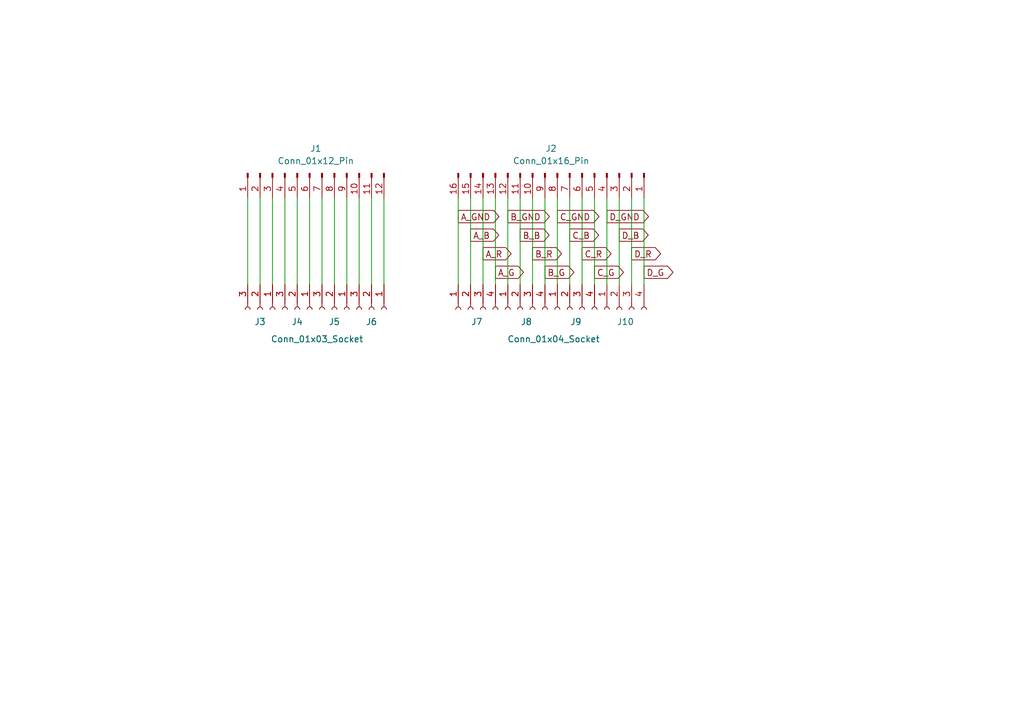
<source format=kicad_sch>
(kicad_sch (version 20250114) (generator "eeschema") (generator_version "9.0")
  (paper "A5")
  (title_block (title "back_connector_cover") (rev "00"))
  (lib_symbols
    (symbol "Connector:Conn_01x03_Socket" (pin_names (offset 1.016) (hide yes))
      (property "Reference" "J" (at 0 5.08 0))
      (property "Value" "Conn_01x03_Socket" (at 0 -5.08 0))
      (symbol "Conn_01x03_Socket_1_1"
        (polyline (pts (xy -1.27 2.54) (xy -0.508 2.54)) (stroke (width 0.1524)))
        (polyline (pts (xy -1.27 0) (xy -0.508 0)) (stroke (width 0.1524)))
        (polyline (pts (xy -1.27 -2.54) (xy -0.508 -2.54)) (stroke (width 0.1524)))
        (arc (start 0 2.032) (mid -0.5058 2.54) (end 0 3.048) (stroke (width 0.1524)))
        (arc (start 0 -0.508) (mid -0.5058 0) (end 0 0.508) (stroke (width 0.1524)))
        (arc (start 0 -3.048) (mid -0.5058 -2.54) (end 0 -2.032) (stroke (width 0.1524)))
        (pin passive line (at -5.08 2.54 0) (length 3.81) (name "Pin_1") (number "1"))
        (pin passive line (at -5.08 0 0) (length 3.81) (name "Pin_2") (number "2"))
        (pin passive line (at -5.08 -2.54 0) (length 3.81) (name "Pin_3") (number "3"))
      )
    )
    (symbol "Connector:Conn_01x04_Socket" (pin_names (offset 1.016) (hide yes))
      (property "Reference" "J" (at 0 5.08 0))
      (property "Value" "Conn_01x04_Socket" (at 0 -7.62 0))
      (symbol "Conn_01x04_Socket_1_1"
        (polyline (pts (xy -1.27 2.54) (xy -0.508 2.54)) (stroke (width 0.1524)))
        (polyline (pts (xy -1.27 0) (xy -0.508 0)) (stroke (width 0.1524)))
        (polyline (pts (xy -1.27 -2.54) (xy -0.508 -2.54)) (stroke (width 0.1524)))
        (polyline (pts (xy -1.27 -5.08) (xy -0.508 -5.08)) (stroke (width 0.1524)))
        (arc (start 0 2.032) (mid -0.5058 2.54) (end 0 3.048) (stroke (width 0.1524)))
        (arc (start 0 -0.508) (mid -0.5058 0) (end 0 0.508) (stroke (width 0.1524)))
        (arc (start 0 -3.048) (mid -0.5058 -2.54) (end 0 -2.032) (stroke (width 0.1524)))
        (arc (start 0 -5.588) (mid -0.5058 -5.08) (end 0 -4.572) (stroke (width 0.1524)))
        (pin passive line (at -5.08 2.54 0) (length 3.81) (name "Pin_1") (number "1"))
        (pin passive line (at -5.08 0 0) (length 3.81) (name "Pin_2") (number "2"))
        (pin passive line (at -5.08 -2.54 0) (length 3.81) (name "Pin_3") (number "3"))
        (pin passive line (at -5.08 -5.08 0) (length 3.81) (name "Pin_4") (number "4"))
      )
    )
    (symbol "Connector:Conn_01x12_Pin" (pin_names (offset 1.016) (hide yes))
      (property "Reference" "J" (at 0 15.24 0))
      (property "Value" "Conn_01x12_Pin" (at 0 -17.78 0))
      (symbol "Conn_01x12_Pin_1_1"
        (rectangle (start 0.8636 12.827) (end 0 12.573) (stroke (width 0.1524)) (fill (type outline)))
        (rectangle (start 0.8636 10.287) (end 0 10.033) (stroke (width 0.1524)) (fill (type outline)))
        (rectangle (start 0.8636 7.747) (end 0 7.493) (stroke (width 0.1524)) (fill (type outline)))
        (rectangle (start 0.8636 5.207) (end 0 4.953) (stroke (width 0.1524)) (fill (type outline)))
        (rectangle (start 0.8636 2.667) (end 0 2.413) (stroke (width 0.1524)) (fill (type outline)))
        (rectangle (start 0.8636 0.127) (end 0 -0.127) (stroke (width 0.1524)) (fill (type outline)))
        (rectangle (start 0.8636 -2.413) (end 0 -2.667) (stroke (width 0.1524)) (fill (type outline)))
        (rectangle (start 0.8636 -4.953) (end 0 -5.207) (stroke (width 0.1524)) (fill (type outline)))
        (rectangle (start 0.8636 -7.493) (end 0 -7.747) (stroke (width 0.1524)) (fill (type outline)))
        (rectangle (start 0.8636 -10.033) (end 0 -10.287) (stroke (width 0.1524)) (fill (type outline)))
        (rectangle (start 0.8636 -12.573) (end 0 -12.827) (stroke (width 0.1524)) (fill (type outline)))
        (rectangle (start 0.8636 -15.113) (end 0 -15.367) (stroke (width 0.1524)) (fill (type outline)))
        (polyline (pts (xy 1.27 12.7) (xy 0.8636 12.7)) (stroke (width 0.1524)))
        (polyline (pts (xy 1.27 10.16) (xy 0.8636 10.16)) (stroke (width 0.1524)))
        (polyline (pts (xy 1.27 7.62) (xy 0.8636 7.62)) (stroke (width 0.1524)))
        (polyline (pts (xy 1.27 5.08) (xy 0.8636 5.08)) (stroke (width 0.1524)))
        (polyline (pts (xy 1.27 2.54) (xy 0.8636 2.54)) (stroke (width 0.1524)))
        (polyline (pts (xy 1.27 0) (xy 0.8636 0)) (stroke (width 0.1524)))
        (polyline (pts (xy 1.27 -2.54) (xy 0.8636 -2.54)) (stroke (width 0.1524)))
        (polyline (pts (xy 1.27 -5.08) (xy 0.8636 -5.08)) (stroke (width 0.1524)))
        (polyline (pts (xy 1.27 -7.62) (xy 0.8636 -7.62)) (stroke (width 0.1524)))
        (polyline (pts (xy 1.27 -10.16) (xy 0.8636 -10.16)) (stroke (width 0.1524)))
        (polyline (pts (xy 1.27 -12.7) (xy 0.8636 -12.7)) (stroke (width 0.1524)))
        (polyline (pts (xy 1.27 -15.24) (xy 0.8636 -15.24)) (stroke (width 0.1524)))
        (pin passive line (at 5.08 12.7 180) (length 3.81) (name "Pin_1") (number "1"))
        (pin passive line (at 5.08 10.16 180) (length 3.81) (name "Pin_2") (number "2"))
        (pin passive line (at 5.08 7.62 180) (length 3.81) (name "Pin_3") (number "3"))
        (pin passive line (at 5.08 5.08 180) (length 3.81) (name "Pin_4") (number "4"))
        (pin passive line (at 5.08 2.54 180) (length 3.81) (name "Pin_5") (number "5"))
        (pin passive line (at 5.08 0 180) (length 3.81) (name "Pin_6") (number "6"))
        (pin passive line (at 5.08 -2.54 180) (length 3.81) (name "Pin_7") (number "7"))
        (pin passive line (at 5.08 -5.08 180) (length 3.81) (name "Pin_8") (number "8"))
        (pin passive line (at 5.08 -7.62 180) (length 3.81) (name "Pin_9") (number "9"))
        (pin passive line (at 5.08 -10.16 180) (length 3.81) (name "Pin_10") (number "10"))
        (pin passive line (at 5.08 -12.7 180) (length 3.81) (name "Pin_11") (number "11"))
        (pin passive line (at 5.08 -15.24 180) (length 3.81) (name "Pin_12") (number "12"))
      )
    )
    (symbol "Connector:Conn_01x16_Pin" (pin_names (offset 1.016) (hide yes))
      (property "Reference" "J" (at 0 20.32 0))
      (property "Value" "Conn_01x16_Pin" (at 0 -22.86 0))
      (symbol "Conn_01x16_Pin_1_1"
        (rectangle (start 0.8636 17.907) (end 0 17.653) (stroke (width 0.1524)) (fill (type outline)))
        (rectangle (start 0.8636 15.367) (end 0 15.113) (stroke (width 0.1524)) (fill (type outline)))
        (rectangle (start 0.8636 12.827) (end 0 12.573) (stroke (width 0.1524)) (fill (type outline)))
        (rectangle (start 0.8636 10.287) (end 0 10.033) (stroke (width 0.1524)) (fill (type outline)))
        (rectangle (start 0.8636 7.747) (end 0 7.493) (stroke (width 0.1524)) (fill (type outline)))
        (rectangle (start 0.8636 5.207) (end 0 4.953) (stroke (width 0.1524)) (fill (type outline)))
        (rectangle (start 0.8636 2.667) (end 0 2.413) (stroke (width 0.1524)) (fill (type outline)))
        (rectangle (start 0.8636 0.127) (end 0 -0.127) (stroke (width 0.1524)) (fill (type outline)))
        (rectangle (start 0.8636 -2.413) (end 0 -2.667) (stroke (width 0.1524)) (fill (type outline)))
        (rectangle (start 0.8636 -4.953) (end 0 -5.207) (stroke (width 0.1524)) (fill (type outline)))
        (rectangle (start 0.8636 -7.493) (end 0 -7.747) (stroke (width 0.1524)) (fill (type outline)))
        (rectangle (start 0.8636 -10.033) (end 0 -10.287) (stroke (width 0.1524)) (fill (type outline)))
        (rectangle (start 0.8636 -12.573) (end 0 -12.827) (stroke (width 0.1524)) (fill (type outline)))
        (rectangle (start 0.8636 -15.113) (end 0 -15.367) (stroke (width 0.1524)) (fill (type outline)))
        (rectangle (start 0.8636 -17.653) (end 0 -17.907) (stroke (width 0.1524)) (fill (type outline)))
        (rectangle (start 0.8636 -20.193) (end 0 -20.447) (stroke (width 0.1524)) (fill (type outline)))
        (polyline (pts (xy 1.27 17.78) (xy 0.8636 17.78)) (stroke (width 0.1524)))
        (polyline (pts (xy 1.27 15.24) (xy 0.8636 15.24)) (stroke (width 0.1524)))
        (polyline (pts (xy 1.27 12.7) (xy 0.8636 12.7)) (stroke (width 0.1524)))
        (polyline (pts (xy 1.27 10.16) (xy 0.8636 10.16)) (stroke (width 0.1524)))
        (polyline (pts (xy 1.27 7.62) (xy 0.8636 7.62)) (stroke (width 0.1524)))
        (polyline (pts (xy 1.27 5.08) (xy 0.8636 5.08)) (stroke (width 0.1524)))
        (polyline (pts (xy 1.27 2.54) (xy 0.8636 2.54)) (stroke (width 0.1524)))
        (polyline (pts (xy 1.27 0) (xy 0.8636 0)) (stroke (width 0.1524)))
        (polyline (pts (xy 1.27 -2.54) (xy 0.8636 -2.54)) (stroke (width 0.1524)))
        (polyline (pts (xy 1.27 -5.08) (xy 0.8636 -5.08)) (stroke (width 0.1524)))
        (polyline (pts (xy 1.27 -7.62) (xy 0.8636 -7.62)) (stroke (width 0.1524)))
        (polyline (pts (xy 1.27 -10.16) (xy 0.8636 -10.16)) (stroke (width 0.1524)))
        (polyline (pts (xy 1.27 -12.7) (xy 0.8636 -12.7)) (stroke (width 0.1524)))
        (polyline (pts (xy 1.27 -15.24) (xy 0.8636 -15.24)) (stroke (width 0.1524)))
        (polyline (pts (xy 1.27 -17.78) (xy 0.8636 -17.78)) (stroke (width 0.1524)))
        (polyline (pts (xy 1.27 -20.32) (xy 0.8636 -20.32)) (stroke (width 0.1524)))
        (pin passive line (at 5.08 17.78 180) (length 3.81) (name "Pin_1") (number "1"))
        (pin passive line (at 5.08 15.24 180) (length 3.81) (name "Pin_2") (number "2"))
        (pin passive line (at 5.08 12.7 180) (length 3.81) (name "Pin_3") (number "3"))
        (pin passive line (at 5.08 10.16 180) (length 3.81) (name "Pin_4") (number "4"))
        (pin passive line (at 5.08 7.62 180) (length 3.81) (name "Pin_5") (number "5"))
        (pin passive line (at 5.08 5.08 180) (length 3.81) (name "Pin_6") (number "6"))
        (pin passive line (at 5.08 2.54 180) (length 3.81) (name "Pin_7") (number "7"))
        (pin passive line (at 5.08 0 180) (length 3.81) (name "Pin_8") (number "8"))
        (pin passive line (at 5.08 -2.54 180) (length 3.81) (name "Pin_9") (number "9"))
        (pin passive line (at 5.08 -5.08 180) (length 3.81) (name "Pin_10") (number "10"))
        (pin passive line (at 5.08 -7.62 180) (length 3.81) (name "Pin_11") (number "11"))
        (pin passive line (at 5.08 -10.16 180) (length 3.81) (name "Pin_12") (number "12"))
        (pin passive line (at 5.08 -12.7 180) (length 3.81) (name "Pin_13") (number "13"))
        (pin passive line (at 5.08 -15.24 180) (length 3.81) (name "Pin_14") (number "14"))
        (pin passive line (at 5.08 -17.78 180) (length 3.81) (name "Pin_15") (number "15"))
        (pin passive line (at 5.08 -20.32 180) (length 3.81) (name "Pin_16") (number "16"))
      )
    )
  )
  (wire (pts (xy 93.98 58.42) (xy 93.98 40.64)))
  (wire (pts (xy 55.88 58.42) (xy 55.88 40.64)))
  (wire (pts (xy 111.76 58.42) (xy 111.76 40.64)))
  (wire (pts (xy 63.5 58.42) (xy 63.5 40.64)))
  (wire (pts (xy 60.96 58.42) (xy 60.96 40.64)))
  (wire (pts (xy 66.04 58.42) (xy 66.04 40.64)))
  (wire (pts (xy 127 40.64) (xy 127 58.42)))
  (wire (pts (xy 78.74 58.42) (xy 78.74 40.64)))
  (wire (pts (xy 116.84 58.42) (xy 116.84 40.64)))
  (wire (pts (xy 121.92 58.42) (xy 121.92 40.64)))
  (wire (pts (xy 106.68 58.42) (xy 106.68 40.64)))
  (wire (pts (xy 71.12 58.42) (xy 71.12 40.64)))
  (wire (pts (xy 53.34 58.42) (xy 53.34 40.64)))
  (wire (pts (xy 129.54 40.64) (xy 129.54 58.42)))
  (wire (pts (xy 132.08 58.42) (xy 132.08 40.64)))
  (wire (pts (xy 50.8 58.42) (xy 50.8 40.64)))
  (wire (pts (xy 101.6 58.42) (xy 101.6 40.64)))
  (wire (pts (xy 99.06 58.42) (xy 99.06 40.64)))
  (wire (pts (xy 58.42 58.42) (xy 58.42 40.64)))
  (wire (pts (xy 73.66 58.42) (xy 73.66 40.64)))
  (wire (pts (xy 114.3 58.42) (xy 114.3 40.64)))
  (wire (pts (xy 109.22 58.42) (xy 109.22 40.64)))
  (wire (pts (xy 104.14 58.42) (xy 104.14 40.64)))
  (wire (pts (xy 76.2 58.42) (xy 76.2 40.64)))
  (wire (pts (xy 96.52 58.42) (xy 96.52 40.64)))
  (wire (pts (xy 124.46 58.42) (xy 124.46 40.64)))
  (wire (pts (xy 119.38 58.42) (xy 119.38 40.64)))
  (wire (pts (xy 68.58 58.42) (xy 68.58 40.64)))
  (global_label "B_G" (shape output) (at 111.76 55.88 0) (property "Intersheetrefs" "${INTERSHEET_REFS}" (effects (hide yes))))
  (global_label "A_GND" (shape output) (at 93.98 44.45 0) (property "Intersheetrefs" "${INTERSHEET_REFS}" (effects (hide yes))))
  (global_label "B_R" (shape output) (at 109.22 52.07 0) (property "Intersheetrefs" "${INTERSHEET_REFS}" (effects (hide yes))))
  (global_label "A_B" (shape output) (at 96.52 48.26 0) (property "Intersheetrefs" "${INTERSHEET_REFS}" (effects (hide yes))))
  (global_label "B_B" (shape output) (at 106.68 48.26 0) (property "Intersheetrefs" "${INTERSHEET_REFS}" (effects (hide yes))))
  (global_label "D_GND" (shape output) (at 124.46 44.45 0) (property "Intersheetrefs" "${INTERSHEET_REFS}" (effects (hide yes))))
  (global_label "D_G" (shape output) (at 132.08 55.88 0) (property "Intersheetrefs" "${INTERSHEET_REFS}" (effects (hide yes))))
  (global_label "D_B" (shape output) (at 127 48.26 0) (property "Intersheetrefs" "${INTERSHEET_REFS}" (effects (hide yes))))
  (global_label "D_R" (shape output) (at 129.54 52.07 0) (property "Intersheetrefs" "${INTERSHEET_REFS}" (effects (hide yes))))
  (global_label "B_GND" (shape output) (at 104.14 44.45 0) (property "Intersheetrefs" "${INTERSHEET_REFS}" (effects (hide yes))))
  (global_label "C_B" (shape output) (at 116.84 48.26 0) (property "Intersheetrefs" "${INTERSHEET_REFS}" (effects (hide yes))))
  (global_label "C_G" (shape output) (at 121.92 55.88 0) (property "Intersheetrefs" "${INTERSHEET_REFS}" (effects (hide yes))))
  (global_label "A_R" (shape output) (at 99.06 52.07 0) (property "Intersheetrefs" "${INTERSHEET_REFS}" (effects (hide yes))))
  (global_label "C_R" (shape output) (at 119.38 52.07 0) (property "Intersheetrefs" "${INTERSHEET_REFS}" (effects (hide yes))))
  (global_label "C_GND" (shape output) (at 114.3 44.45 0) (property "Intersheetrefs" "${INTERSHEET_REFS}" (effects (hide yes))))
  (global_label "A_G" (shape output) (at 101.6 55.88 0) (property "Intersheetrefs" "${INTERSHEET_REFS}" (effects (hide yes))))
  (symbol (lib_id "Connector:Conn_01x12_Pin") (at 63.5 35.56 90) (mirror x) (unit 1)
    (property "Reference" "J1" (at 64.77 30.48 90))
    (property "Value" "Conn_01x12_Pin" (at 64.77 33.02 90))
    (property "Footprint" "Connector_PinHeader_2.54mm:PinHeader_1x12_P2.54mm_Horizontal" (effects (hide yes)))
    (property "Description" "Generic connector, single row, 01x12, script generated" (effects (hide yes)))
  )
  (symbol (lib_id "Connector:Conn_01x04_Socket") (at 106.68 63.5 90) (mirror x) (unit 1)
    (property "Reference" "J8" (at 107.95 66.04 90))
    (property "Value" "Conn_01x04_Socket" (effects (hide yes)))
    (property "Footprint" "Connector_PinSocket_2.54mm:PinSocket_1x04_P2.54mm_Vertical" (effects (hide yes)))
    (property "Description" "Generic connector, single row, 01x04, script generated" (effects (hide yes)))
  )
  (symbol (lib_id "Connector:Conn_01x04_Socket") (at 116.84 63.5 90) (mirror x) (unit 1)
    (property "Reference" "J9" (at 118.11 66.04 90))
    (property "Value" "Conn_01x04_Socket" (effects (hide yes)))
    (property "Footprint" "Connector_PinSocket_2.54mm:PinSocket_1x04_P2.54mm_Vertical" (effects (hide yes)))
    (property "Description" "Generic connector, single row, 01x04, script generated" (effects (hide yes)))
  )
  (symbol (lib_id "Connector:Conn_01x16_Pin") (at 114.3 35.56 270) (unit 1)
    (property "Reference" "J2" (at 113.03 30.48 90))
    (property "Value" "Conn_01x16_Pin" (at 113.03 33.02 90))
    (property "Footprint" "Connector_PinHeader_2.54mm:PinHeader_1x16_P2.54mm_Horizontal" (effects (hide yes)))
    (property "Description" "Generic connector, single row, 01x16, script generated" (effects (hide yes)))
  )
  (symbol (lib_id "Connector:Conn_01x03_Socket") (at 53.34 63.5 270) (unit 1)
    (property "Reference" "J3" (at 53.34 66.04 90))
    (property "Value" "Conn_01x03_Socket" (at 65.024 69.596 90))
    (property "Footprint" "Connector_PinSocket_2.54mm:PinSocket_1x03_P2.54mm_Vertical" (effects (hide yes)))
    (property "Description" "Generic connector, single row, 01x03, script generated" (effects (hide yes)))
  )
  (symbol (lib_id "Connector:Conn_01x03_Socket") (at 60.96 63.5 270) (unit 1)
    (property "Reference" "J4" (at 60.96 66.04 90))
    (property "Value" "Conn_01x03_Socket" (effects (hide yes)))
    (property "Footprint" "Connector_PinSocket_2.54mm:PinSocket_1x03_P2.54mm_Vertical" (effects (hide yes)))
    (property "Description" "Generic connector, single row, 01x03, script generated" (effects (hide yes)))
  )
  (symbol (lib_id "Connector:Conn_01x04_Socket") (at 127 63.5 90) (mirror x) (unit 1)
    (property "Reference" "J10" (at 128.27 66.04 90))
    (property "Value" "Conn_01x04_Socket" (effects (hide yes)))
    (property "Footprint" "Connector_PinSocket_2.54mm:PinSocket_1x04_P2.54mm_Vertical" (effects (hide yes)))
    (property "Description" "Generic connector, single row, 01x04, script generated" (effects (hide yes)))
  )
  (symbol (lib_id "Connector:Conn_01x04_Socket") (at 96.52 63.5 90) (mirror x) (unit 1)
    (property "Reference" "J7" (at 97.79 66.04 90))
    (property "Value" "Conn_01x04_Socket" (at 113.538 69.596 90))
    (property "Footprint" "Connector_PinSocket_2.54mm:PinSocket_1x04_P2.54mm_Vertical" (effects (hide yes)))
    (property "Description" "Generic connector, single row, 01x04, script generated" (effects (hide yes)))
  )
  (symbol (lib_id "Connector:Conn_01x03_Socket") (at 76.2 63.5 270) (unit 1)
    (property "Reference" "J6" (at 76.2 66.04 90))
    (property "Value" "Conn_01x03_Socket" (effects (hide yes)))
    (property "Footprint" "Connector_PinSocket_2.54mm:PinSocket_1x03_P2.54mm_Vertical" (effects (hide yes)))
    (property "Description" "Generic connector, single row, 01x03, script generated" (effects (hide yes)))
  )
  (symbol (lib_id "Connector:Conn_01x03_Socket") (at 68.58 63.5 270) (unit 1)
    (property "Reference" "J5" (at 68.58 66.04 90))
    (property "Value" "Conn_01x03_Socket" (effects (hide yes)))
    (property "Footprint" "Connector_PinSocket_2.54mm:PinSocket_1x03_P2.54mm_Vertical" (effects (hide yes)))
    (property "Description" "Generic connector, single row, 01x03, script generated" (effects (hide yes)))
  )
)
</source>
